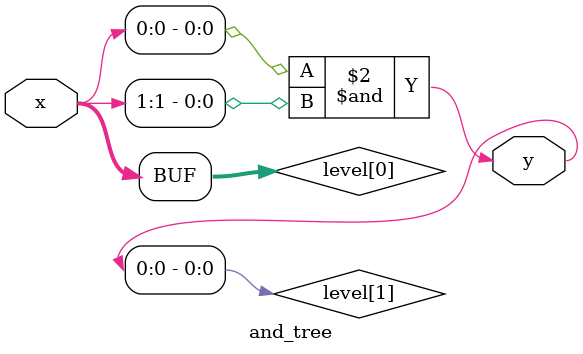
<source format=v>
module and_tree #(
    parameter N = 2
)
(
    input [0:N-1] x,
    output y
);

localparam LEVELS = $clog2(N) + 1;

wire [0:N-1] level [0:LEVELS-1];

genvar i, j;

generate
    for (i = 0; i < N; i = i + 1) begin : input_level
        assign level[0][i] = x[i];
    end
    
    for (i = 1; i < LEVELS; i = i + 1) begin : tree_levels
        localparam PREV_WIDTH = N >> (i-1);
        localparam CURR_WIDTH = (PREV_WIDTH + 1) >> 1;
        
        for (j = 0; j < CURR_WIDTH; j = j + 1) begin : level_nodes
            if (j * 2 + 1 < PREV_WIDTH) begin
                assign level[i][j] = level[i-1][j*2] & level[i-1][j*2+1];
            end else if (j * 2 < PREV_WIDTH) begin
                assign level[i][j] = level[i-1][j*2];
            end
        end
    end
endgenerate

assign y = level[LEVELS-1][0];

endmodule
</source>
